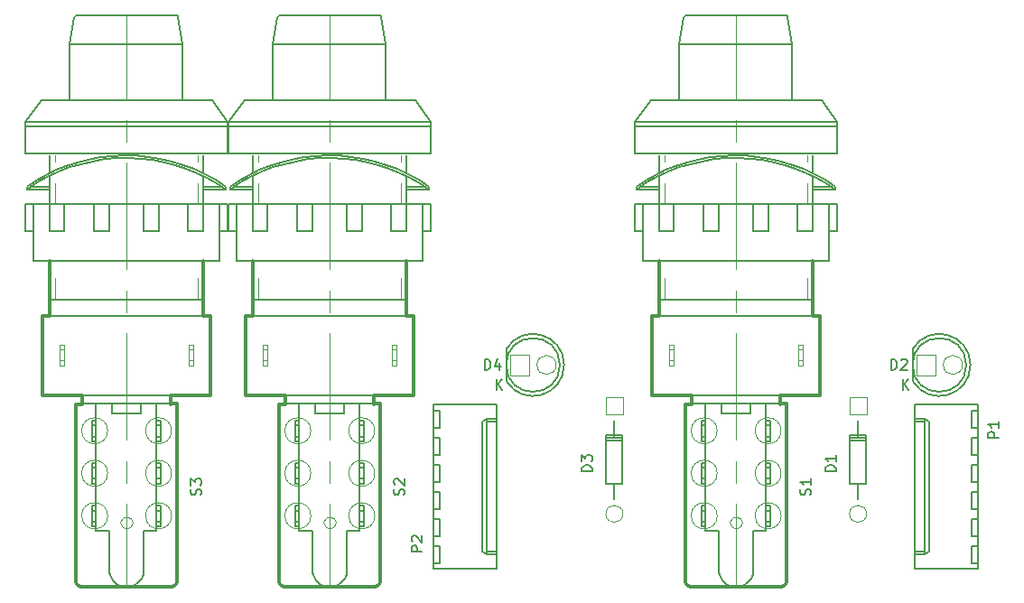
<source format=gbr>
G04 #@! TF.GenerationSoftware,KiCad,Pcbnew,(5.1.6-0-10_14)*
G04 #@! TF.CreationDate,2020-11-10T23:17:56+01:00*
G04 #@! TF.ProjectId,Switch Board,53776974-6368-4204-926f-6172642e6b69,1.0*
G04 #@! TF.SameCoordinates,Original*
G04 #@! TF.FileFunction,Legend,Top*
G04 #@! TF.FilePolarity,Positive*
%FSLAX46Y46*%
G04 Gerber Fmt 4.6, Leading zero omitted, Abs format (unit mm)*
G04 Created by KiCad (PCBNEW (5.1.6-0-10_14)) date 2020-11-10 23:17:56*
%MOMM*%
%LPD*%
G01*
G04 APERTURE LIST*
%ADD10C,0.150000*%
%ADD11C,0.127000*%
%ADD12C,0.304800*%
%ADD13C,0.100000*%
G04 APERTURE END LIST*
D10*
X183995000Y-109120000D02*
X177995000Y-109120000D01*
X177995000Y-109120000D02*
X177995000Y-124560000D01*
X177995000Y-124560000D02*
X183995000Y-124560000D01*
X183995000Y-124560000D02*
X183995000Y-109120000D01*
X177995000Y-110490000D02*
X178995000Y-110490000D01*
X178995000Y-110490000D02*
X178995000Y-123190000D01*
X178995000Y-123190000D02*
X177995000Y-123190000D01*
X178995000Y-110490000D02*
X179425000Y-110740000D01*
X179425000Y-110740000D02*
X179425000Y-122940000D01*
X179425000Y-122940000D02*
X178995000Y-123190000D01*
X177995000Y-110740000D02*
X178995000Y-110740000D01*
X177995000Y-122940000D02*
X178995000Y-122940000D01*
X183995000Y-109690000D02*
X183375000Y-109690000D01*
X183375000Y-109690000D02*
X183375000Y-111290000D01*
X183375000Y-111290000D02*
X183995000Y-111290000D01*
X183995000Y-112230000D02*
X183375000Y-112230000D01*
X183375000Y-112230000D02*
X183375000Y-113830000D01*
X183375000Y-113830000D02*
X183995000Y-113830000D01*
X183995000Y-114770000D02*
X183375000Y-114770000D01*
X183375000Y-114770000D02*
X183375000Y-116370000D01*
X183375000Y-116370000D02*
X183995000Y-116370000D01*
X183995000Y-117310000D02*
X183375000Y-117310000D01*
X183375000Y-117310000D02*
X183375000Y-118910000D01*
X183375000Y-118910000D02*
X183995000Y-118910000D01*
X183995000Y-119850000D02*
X183375000Y-119850000D01*
X183375000Y-119850000D02*
X183375000Y-121450000D01*
X183375000Y-121450000D02*
X183995000Y-121450000D01*
X183995000Y-122390000D02*
X183375000Y-122390000D01*
X183375000Y-122390000D02*
X183375000Y-123990000D01*
X183375000Y-123990000D02*
X183995000Y-123990000D01*
X132870000Y-124560000D02*
X138870000Y-124560000D01*
X138870000Y-124560000D02*
X138870000Y-109120000D01*
X138870000Y-109120000D02*
X132870000Y-109120000D01*
X132870000Y-109120000D02*
X132870000Y-124560000D01*
X138870000Y-123190000D02*
X137870000Y-123190000D01*
X137870000Y-123190000D02*
X137870000Y-110490000D01*
X137870000Y-110490000D02*
X138870000Y-110490000D01*
X137870000Y-123190000D02*
X137440000Y-122940000D01*
X137440000Y-122940000D02*
X137440000Y-110740000D01*
X137440000Y-110740000D02*
X137870000Y-110490000D01*
X138870000Y-122940000D02*
X137870000Y-122940000D01*
X138870000Y-110740000D02*
X137870000Y-110740000D01*
X132870000Y-123990000D02*
X133490000Y-123990000D01*
X133490000Y-123990000D02*
X133490000Y-122390000D01*
X133490000Y-122390000D02*
X132870000Y-122390000D01*
X132870000Y-121450000D02*
X133490000Y-121450000D01*
X133490000Y-121450000D02*
X133490000Y-119850000D01*
X133490000Y-119850000D02*
X132870000Y-119850000D01*
X132870000Y-118910000D02*
X133490000Y-118910000D01*
X133490000Y-118910000D02*
X133490000Y-117310000D01*
X133490000Y-117310000D02*
X132870000Y-117310000D01*
X132870000Y-116370000D02*
X133490000Y-116370000D01*
X133490000Y-116370000D02*
X133490000Y-114770000D01*
X133490000Y-114770000D02*
X132870000Y-114770000D01*
X132870000Y-113830000D02*
X133490000Y-113830000D01*
X133490000Y-113830000D02*
X133490000Y-112230000D01*
X133490000Y-112230000D02*
X132870000Y-112230000D01*
X132870000Y-111290000D02*
X133490000Y-111290000D01*
X133490000Y-111290000D02*
X133490000Y-109690000D01*
X133490000Y-109690000D02*
X132870000Y-109690000D01*
X182857936Y-105410000D02*
G75*
G03*
X182857936Y-105410000I-2517936J0D01*
G01*
X177840000Y-106910000D02*
X177840000Y-103910000D01*
X177855112Y-106934904D02*
G75*
G03*
X177840000Y-103910000I2484888J1524904D01*
G01*
X144757936Y-105410000D02*
G75*
G03*
X144757936Y-105410000I-2517936J0D01*
G01*
X139740000Y-106910000D02*
X139740000Y-103910000D01*
X139755112Y-106934904D02*
G75*
G03*
X139740000Y-103910000I2484888J1524904D01*
G01*
X173482000Y-112014000D02*
X172720000Y-112014000D01*
X173482000Y-116586000D02*
X173482000Y-112014000D01*
X171958000Y-116586000D02*
X173482000Y-116586000D01*
X171958000Y-112014000D02*
X171958000Y-116586000D01*
X172720000Y-112014000D02*
X171958000Y-112014000D01*
X173482000Y-112268000D02*
X171958000Y-112268000D01*
X173482000Y-112522000D02*
X171958000Y-112522000D01*
X172720000Y-112141000D02*
X172720000Y-110617000D01*
X172720000Y-116586000D02*
X172720000Y-117983000D01*
X150629620Y-112015560D02*
X149867620Y-112015560D01*
X150629620Y-116587560D02*
X150629620Y-112015560D01*
X149105620Y-116587560D02*
X150629620Y-116587560D01*
X149105620Y-112015560D02*
X149105620Y-116587560D01*
X149867620Y-112015560D02*
X149105620Y-112015560D01*
X150629620Y-112269560D02*
X149105620Y-112269560D01*
X150629620Y-112523560D02*
X149105620Y-112523560D01*
X149867620Y-112142560D02*
X149867620Y-110618560D01*
X149867620Y-116587560D02*
X149867620Y-117984560D01*
D11*
X108254800Y-109067600D02*
X99872800Y-109067600D01*
X108254800Y-109052360D02*
X108254800Y-109067600D01*
D12*
X99949000Y-109082840D02*
X99359720Y-109082840D01*
X108877100Y-109067600D02*
X108285280Y-109067600D01*
X108877100Y-109082840D02*
X108877100Y-109067600D01*
D11*
X94640400Y-83070700D02*
X113639600Y-83070700D01*
X94640400Y-82570320D02*
X94640400Y-83070700D01*
X113639600Y-82570320D02*
X94640400Y-82570320D01*
X113639600Y-83070700D02*
X113639600Y-85570060D01*
X113639600Y-82570320D02*
X113639600Y-83070700D01*
X112138460Y-80571340D02*
X113639600Y-82570320D01*
X96141540Y-80571340D02*
X112138460Y-80571340D01*
X94640400Y-82570320D02*
X96141540Y-80571340D01*
X94640400Y-85570060D02*
X94640400Y-83070700D01*
X113639600Y-85570060D02*
X94640400Y-85570060D01*
D13*
X104569260Y-120497600D02*
X104505760Y-120576340D01*
X104612440Y-120416320D02*
X104569260Y-120497600D01*
X104655620Y-120317260D02*
X104612440Y-120416320D01*
X104675940Y-120235980D02*
X104655620Y-120317260D01*
X104675940Y-120136920D02*
X104675940Y-120235980D01*
X104655620Y-120058180D02*
X104675940Y-120136920D01*
X104632760Y-119956580D02*
X104655620Y-120058180D01*
X104569260Y-119895620D02*
X104632760Y-119956580D01*
X104528620Y-119816880D02*
X104569260Y-119895620D01*
X104442260Y-119755920D02*
X104528620Y-119816880D01*
X104272080Y-119677180D02*
X104442260Y-119755920D01*
X104165400Y-119656860D02*
X104272080Y-119677180D01*
X104063800Y-119656860D02*
X104165400Y-119656860D01*
X103893620Y-119697500D02*
X104063800Y-119656860D01*
X103807260Y-119738140D02*
X103893620Y-119697500D01*
X103659940Y-119877840D02*
X103807260Y-119738140D01*
X103573580Y-120037860D02*
X103659940Y-119877840D01*
X103553260Y-120136920D02*
X103573580Y-120037860D01*
X103553260Y-120218200D02*
X103553260Y-120136920D01*
X103573580Y-120317260D02*
X103553260Y-120218200D01*
X103596440Y-120396000D02*
X103573580Y-120317260D01*
X103659940Y-120477280D02*
X103596440Y-120396000D01*
X103703120Y-120538240D02*
X103659940Y-120477280D01*
X103786940Y-120596660D02*
X103703120Y-120538240D01*
X103870760Y-120657620D02*
X103786940Y-120596660D01*
X103957120Y-120695720D02*
X103870760Y-120657620D01*
X104063800Y-120695720D02*
X103957120Y-120695720D01*
X104165400Y-120716040D02*
X104063800Y-120695720D01*
X104251760Y-120695720D02*
X104165400Y-120716040D01*
X104505760Y-120576340D02*
X104251760Y-120695720D01*
D11*
X106946700Y-115079780D02*
X107350560Y-115079780D01*
X106946700Y-116095780D02*
X106946700Y-115079780D01*
X107350560Y-116095780D02*
X106946700Y-116095780D01*
X107350560Y-115079780D02*
X107350560Y-116095780D01*
X107350560Y-114640360D02*
X107350560Y-115079780D01*
X106946700Y-111099600D02*
X107350560Y-111099600D01*
X106946700Y-112120680D02*
X106946700Y-111099600D01*
X107350560Y-112120680D02*
X106946700Y-112120680D01*
X107350560Y-111099600D02*
X107350560Y-112120680D01*
X107350560Y-110639860D02*
X107350560Y-111099600D01*
X106946700Y-119077740D02*
X107350560Y-119077740D01*
X106946700Y-120096280D02*
X106946700Y-119077740D01*
X107350560Y-120096280D02*
X106946700Y-120096280D01*
X107350560Y-119077740D02*
X107350560Y-120096280D01*
X107350560Y-118618000D02*
X107350560Y-119077740D01*
X101282500Y-115079780D02*
X100878640Y-115079780D01*
X101282500Y-116095780D02*
X101282500Y-115079780D01*
X100878640Y-116095780D02*
X101282500Y-116095780D01*
X100878640Y-115079780D02*
X100878640Y-116095780D01*
X100878640Y-114640360D02*
X100878640Y-115079780D01*
X101282500Y-111099600D02*
X100878640Y-111099600D01*
X101282500Y-112120680D02*
X101282500Y-111099600D01*
X100878640Y-112120680D02*
X101282500Y-112120680D01*
X100878640Y-111099600D02*
X100878640Y-112120680D01*
X100878640Y-110639860D02*
X100878640Y-111099600D01*
X101282500Y-119077740D02*
X100878640Y-119077740D01*
X101282500Y-120096280D02*
X101282500Y-119077740D01*
X100878640Y-120096280D02*
X101282500Y-120096280D01*
X100878640Y-119077740D02*
X100878640Y-120096280D01*
X100878640Y-118618000D02*
X100878640Y-119077740D01*
X107350560Y-114640360D02*
X106946700Y-114640360D01*
X107350560Y-116558060D02*
X107350560Y-116095780D01*
X106946700Y-116558060D02*
X107350560Y-116558060D01*
D13*
X109982000Y-104978200D02*
X110385860Y-104978200D01*
X109982000Y-103979980D02*
X109982000Y-104978200D01*
X110385860Y-103979980D02*
X109982000Y-103979980D01*
X97843340Y-104978200D02*
X98247200Y-104978200D01*
X97843340Y-103979980D02*
X97843340Y-104978200D01*
X98247200Y-103979980D02*
X97843340Y-103979980D01*
X98247200Y-103520240D02*
X97843340Y-103520240D01*
X98247200Y-103979980D02*
X98247200Y-103520240D01*
X98247200Y-104978200D02*
X98247200Y-103979980D01*
X98247200Y-105440480D02*
X98247200Y-104978200D01*
X97843340Y-105440480D02*
X98247200Y-105440480D01*
X97843340Y-104978200D02*
X97843340Y-105440480D01*
X97843340Y-103520240D02*
X97843340Y-103979980D01*
X110385860Y-103520240D02*
X109982000Y-103520240D01*
X110385860Y-103979980D02*
X110385860Y-103520240D01*
X110385860Y-104978200D02*
X110385860Y-103979980D01*
X110385860Y-105440480D02*
X110385860Y-104978200D01*
X109982000Y-105440480D02*
X110385860Y-105440480D01*
X109982000Y-104978200D02*
X109982000Y-105440480D01*
X109982000Y-103520240D02*
X109982000Y-103979980D01*
D11*
X106946700Y-112120680D02*
X106946700Y-112580420D01*
X106946700Y-110639860D02*
X106946700Y-111099600D01*
X107350560Y-110639860D02*
X106946700Y-110639860D01*
X107350560Y-112580420D02*
X107350560Y-112120680D01*
X106946700Y-112580420D02*
X107350560Y-112580420D01*
X107350560Y-118618000D02*
X106946700Y-118618000D01*
X107350560Y-120556020D02*
X107350560Y-120096280D01*
X106946700Y-120556020D02*
X107350560Y-120556020D01*
X100878640Y-114640360D02*
X101282500Y-114640360D01*
X100878640Y-116558060D02*
X100878640Y-116095780D01*
X101282500Y-116558060D02*
X100878640Y-116558060D01*
X100878640Y-110639860D02*
X101282500Y-110639860D01*
X100878640Y-112580420D02*
X100878640Y-112120680D01*
X101282500Y-112580420D02*
X100878640Y-112580420D01*
X101282500Y-112120680D02*
X101282500Y-112580420D01*
X101282500Y-110639860D02*
X101282500Y-111099600D01*
X101282500Y-109080300D02*
X101282500Y-110639860D01*
X100878640Y-118618000D02*
X101282500Y-118618000D01*
X100878640Y-120556020D02*
X100878640Y-120096280D01*
X101282500Y-120556020D02*
X100878640Y-120556020D01*
D12*
X108879640Y-125717300D02*
X108879640Y-109080300D01*
D13*
X108836460Y-125816360D02*
X108879640Y-125717300D01*
D12*
X108793280Y-125917960D02*
X108836460Y-125816360D01*
X108729780Y-126017020D02*
X108793280Y-125917960D01*
X108645960Y-126095760D02*
X108729780Y-126017020D01*
D11*
X108539280Y-126156720D02*
X108645960Y-126095760D01*
D12*
X108435140Y-126197360D02*
X108539280Y-126156720D01*
X108221780Y-126238000D02*
X108435140Y-126197360D01*
X100009960Y-126238000D02*
X108221780Y-126238000D01*
X99903280Y-126217680D02*
X100009960Y-126238000D01*
X99776280Y-126197360D02*
X99903280Y-126217680D01*
X99562920Y-126077980D02*
X99776280Y-126197360D01*
X99499420Y-125996700D02*
X99562920Y-126077980D01*
X99372420Y-125796040D02*
X99499420Y-125996700D01*
D11*
X99349560Y-125696980D02*
X99372420Y-125796040D01*
D12*
X99349560Y-109080300D02*
X99349560Y-125696980D01*
D11*
X101282500Y-114640360D02*
X101282500Y-112580420D01*
X101282500Y-115079780D02*
X101282500Y-114640360D01*
X101282500Y-116558060D02*
X101282500Y-116095780D01*
X101282500Y-118618000D02*
X101282500Y-116558060D01*
X101282500Y-119077740D02*
X101282500Y-118618000D01*
X101282500Y-120556020D02*
X101282500Y-120096280D01*
X101282500Y-120997980D02*
X101282500Y-120556020D01*
X102491540Y-120997980D02*
X101282500Y-120997980D01*
X102491540Y-124696220D02*
X102491540Y-120997980D01*
X102511860Y-124896880D02*
X102491540Y-124696220D01*
X102555040Y-125117860D02*
X102511860Y-124896880D01*
X102725220Y-125476000D02*
X102555040Y-125117860D01*
X102852220Y-125656340D02*
X102725220Y-125476000D01*
X103002080Y-125796040D02*
X102852220Y-125656340D01*
X103172260Y-125935740D02*
X103002080Y-125796040D01*
X103339900Y-126037340D02*
X103172260Y-125935740D01*
X103532940Y-126116080D02*
X103339900Y-126037340D01*
X103723440Y-126177040D02*
X103532940Y-126116080D01*
X103913940Y-126217680D02*
X103723440Y-126177040D01*
D13*
X104335580Y-126217680D02*
X103913940Y-126217680D01*
D11*
X104762300Y-126095760D02*
X104335580Y-126217680D01*
X104952800Y-125996700D02*
X104762300Y-126095760D01*
X105122980Y-125877320D02*
X104952800Y-125996700D01*
X105290620Y-125737620D02*
X105122980Y-125877320D01*
X105420160Y-125597920D02*
X105290620Y-125737620D01*
X105547160Y-125417580D02*
X105420160Y-125597920D01*
X105630980Y-125257560D02*
X105547160Y-125417580D01*
X105694480Y-125056900D02*
X105630980Y-125257560D01*
X105717340Y-124876560D02*
X105694480Y-125056900D01*
X105737660Y-124696220D02*
X105717340Y-124876560D01*
X105737660Y-120997980D02*
X105737660Y-124696220D01*
X106946700Y-120997980D02*
X105737660Y-120997980D01*
X106946700Y-120556020D02*
X106946700Y-120997980D01*
X106946700Y-120096280D02*
X106946700Y-120556020D01*
X106946700Y-118618000D02*
X106946700Y-119077740D01*
X106946700Y-116558060D02*
X106946700Y-118618000D01*
X106946700Y-116095780D02*
X106946700Y-116558060D01*
X106946700Y-114640360D02*
X106946700Y-115079780D01*
X106946700Y-112580420D02*
X106946700Y-114640360D01*
X106946700Y-109080300D02*
X106946700Y-110639860D01*
D12*
X108262420Y-108300520D02*
X108262420Y-109080300D01*
X99966780Y-108300520D02*
X99966780Y-109080300D01*
D11*
X102768400Y-109959140D02*
X102768400Y-109080300D01*
X105460800Y-109959140D02*
X102768400Y-109959140D01*
X105460800Y-109080300D02*
X105460800Y-109959140D01*
D12*
X96928940Y-95679260D02*
X96928940Y-99298760D01*
D11*
X96928940Y-87660480D02*
X96928940Y-90340180D01*
X96928940Y-85758020D02*
X96928940Y-87398860D01*
X111300260Y-87398860D02*
X111300260Y-85758020D01*
X111300260Y-90340180D02*
X111300260Y-87660480D01*
D12*
X111300260Y-99298760D02*
X111300260Y-95679260D01*
D11*
X96928940Y-99298760D02*
X111300260Y-99298760D01*
D12*
X96928940Y-100820220D02*
X96928940Y-99298760D01*
D11*
X111300260Y-100820220D02*
X96928940Y-100820220D01*
D12*
X111300260Y-99298760D02*
X111300260Y-100820220D01*
D13*
X104127300Y-80418940D02*
X104127300Y-72580500D01*
X104127300Y-84439760D02*
X104127300Y-82440780D01*
X104127300Y-96438720D02*
X104127300Y-86438740D01*
X104127300Y-100439220D02*
X104127300Y-98440240D01*
X104127300Y-112440720D02*
X104127300Y-102438200D01*
X104127300Y-116456460D02*
X104127300Y-114439700D01*
X104127300Y-126217680D02*
X104127300Y-118457980D01*
X104127300Y-90340180D02*
X104127300Y-95679260D01*
D11*
X113614200Y-92880180D02*
X112869980Y-92880180D01*
X113614200Y-90340180D02*
X113614200Y-92880180D01*
X112869980Y-90340180D02*
X113614200Y-90340180D01*
X105757980Y-92880180D02*
X105757980Y-90340180D01*
X107160060Y-92880180D02*
X105757980Y-92880180D01*
X107160060Y-90340180D02*
X107160060Y-92880180D01*
X109918500Y-92880180D02*
X109918500Y-90340180D01*
X111320580Y-92880180D02*
X109918500Y-92880180D01*
X111320580Y-90340180D02*
X111320580Y-92880180D01*
X102471220Y-92880180D02*
X102471220Y-90340180D01*
X101069140Y-92880180D02*
X102471220Y-92880180D01*
X101069140Y-90340180D02*
X101069140Y-92880180D01*
X98310700Y-92880180D02*
X98310700Y-90340180D01*
X96908620Y-92880180D02*
X98310700Y-92880180D01*
X96908620Y-90340180D02*
X96908620Y-92880180D01*
X94617540Y-92880180D02*
X95359220Y-92880180D01*
X94617540Y-90340180D02*
X94617540Y-92880180D01*
X95359220Y-90340180D02*
X94617540Y-90340180D01*
X111320580Y-90340180D02*
X112869980Y-90340180D01*
D13*
X111300260Y-90340180D02*
X111320580Y-90340180D01*
D11*
X109918500Y-90340180D02*
X111300260Y-90340180D01*
X107160060Y-90340180D02*
X109918500Y-90340180D01*
X105757980Y-90340180D02*
X107160060Y-90340180D01*
X104127300Y-90340180D02*
X105757980Y-90340180D01*
X102471220Y-90340180D02*
X104127300Y-90340180D01*
X101069140Y-90340180D02*
X102471220Y-90340180D01*
X98310700Y-90340180D02*
X101069140Y-90340180D01*
X96928940Y-90340180D02*
X98310700Y-90340180D01*
D13*
X96908620Y-90340180D02*
X96928940Y-90340180D01*
D11*
X95359220Y-90340180D02*
X96908620Y-90340180D01*
X95359220Y-92880180D02*
X95359220Y-90340180D01*
X95359220Y-95679260D02*
X95359220Y-92880180D01*
X96928940Y-95679260D02*
X95359220Y-95679260D01*
X104127300Y-95679260D02*
X96928940Y-95679260D01*
X111300260Y-95679260D02*
X104127300Y-95679260D01*
X112869980Y-95679260D02*
X111300260Y-95679260D01*
X112869980Y-92880180D02*
X112869980Y-95679260D01*
X112869980Y-90340180D02*
X112869980Y-92880180D01*
X98818700Y-75298300D02*
X109410500Y-75298300D01*
X109410500Y-75298300D02*
X109410500Y-80538320D01*
X108986320Y-72798940D02*
X109410500Y-75298300D01*
X108963460Y-72740520D02*
X108986320Y-72798940D01*
D13*
X108922820Y-72679560D02*
X108963460Y-72740520D01*
D11*
X108879640Y-72638920D02*
X108922820Y-72679560D01*
D13*
X108836460Y-72618600D02*
X108879640Y-72638920D01*
D11*
X108709460Y-72580500D02*
X108836460Y-72618600D01*
X104127300Y-72580500D02*
X108709460Y-72580500D01*
X99519740Y-72580500D02*
X104127300Y-72580500D01*
X99392740Y-72618600D02*
X99519740Y-72580500D01*
D13*
X99349560Y-72638920D02*
X99392740Y-72618600D01*
X99308920Y-72699880D02*
X99349560Y-72638920D01*
D11*
X99265740Y-72740520D02*
X99308920Y-72699880D01*
D13*
X99245420Y-72798940D02*
X99265740Y-72740520D01*
D11*
X98818700Y-75298300D02*
X99245420Y-72798940D01*
X98818700Y-80538320D02*
X98818700Y-75298300D01*
D13*
X110769400Y-86339680D02*
X110769400Y-85758020D01*
X110769400Y-90340180D02*
X110769400Y-88338660D01*
X110769400Y-99298760D02*
X110769400Y-97299780D01*
X97459800Y-86339680D02*
X97459800Y-85758020D01*
X97459800Y-90340180D02*
X97459800Y-88338660D01*
X97459800Y-99298760D02*
X97459800Y-97299780D01*
D12*
X96928940Y-100820220D02*
X96230440Y-100820220D01*
X111998760Y-100820220D02*
X111300260Y-100820220D01*
X111998760Y-108300520D02*
X111998760Y-100820220D01*
X108262420Y-108300520D02*
X111998760Y-108300520D01*
D11*
X99966780Y-108300520D02*
X108262420Y-108300520D01*
D12*
X96230440Y-108300520D02*
X99966780Y-108300520D01*
X96230440Y-100820220D02*
X96230440Y-108300520D01*
D11*
X111300260Y-88679020D02*
X113060480Y-88679020D01*
X95145860Y-88679020D02*
X96928940Y-88679020D01*
X94785180Y-88920320D02*
X94785180Y-88679020D01*
X96928940Y-88920320D02*
X94785180Y-88920320D01*
X113444020Y-88920320D02*
X111300260Y-88920320D01*
X112509300Y-88059260D02*
X113444020Y-88679020D01*
X111511080Y-87518240D02*
X112509300Y-88059260D01*
X110492540Y-87040720D02*
X111511080Y-87518240D01*
X109430820Y-86639400D02*
X110492540Y-87040720D01*
X108348780Y-86299040D02*
X109430820Y-86639400D01*
X107243880Y-86039960D02*
X108348780Y-86299040D01*
X106118660Y-85879940D02*
X107243880Y-86039960D01*
X104993440Y-85778340D02*
X106118660Y-85879940D01*
X103870760Y-85758020D02*
X104993440Y-85778340D01*
X102768400Y-85798660D02*
X103870760Y-85758020D01*
X101663500Y-85940900D02*
X102768400Y-85798660D01*
X100581460Y-86139020D02*
X101663500Y-85940900D01*
X99519740Y-86398100D02*
X100581460Y-86139020D01*
X98480880Y-86738460D02*
X99519740Y-86398100D01*
X97502980Y-87139780D02*
X98480880Y-86738460D01*
X96547940Y-87599520D02*
X97502980Y-87139780D01*
X95636080Y-88099900D02*
X96547940Y-87599520D01*
X94785180Y-88679020D02*
X95636080Y-88099900D01*
X95719900Y-88320880D02*
X94785180Y-88920320D01*
X96697800Y-87759540D02*
X95719900Y-88320880D01*
X97736660Y-87299800D02*
X96697800Y-87759540D01*
X98798380Y-86880700D02*
X97736660Y-87299800D01*
X99880420Y-86558120D02*
X98798380Y-86880700D01*
X100985320Y-86299040D02*
X99880420Y-86558120D01*
X102110540Y-86118700D02*
X100985320Y-86299040D01*
X103212900Y-86019640D02*
X102110540Y-86118700D01*
X104335580Y-85999320D02*
X103212900Y-86019640D01*
X105460800Y-86060280D02*
X104335580Y-85999320D01*
X106565700Y-86179660D02*
X105460800Y-86060280D01*
X107647740Y-86380320D02*
X106565700Y-86179660D01*
X108709460Y-86659720D02*
X107647740Y-86380320D01*
X109728000Y-87000080D02*
X108709460Y-86659720D01*
X110726220Y-87398860D02*
X109728000Y-87000080D01*
X111681260Y-87858600D02*
X110726220Y-87398860D01*
X112572800Y-88358980D02*
X111681260Y-87858600D01*
X113444020Y-88920320D02*
X112572800Y-88358980D01*
X113444020Y-88679020D02*
X113444020Y-88920320D01*
X127304800Y-109067600D02*
X118922800Y-109067600D01*
X127304800Y-109052360D02*
X127304800Y-109067600D01*
D12*
X118999000Y-109082840D02*
X118409720Y-109082840D01*
X127927100Y-109067600D02*
X127335280Y-109067600D01*
X127927100Y-109082840D02*
X127927100Y-109067600D01*
D11*
X113690400Y-83070700D02*
X132689600Y-83070700D01*
X113690400Y-82570320D02*
X113690400Y-83070700D01*
X132689600Y-82570320D02*
X113690400Y-82570320D01*
X132689600Y-83070700D02*
X132689600Y-85570060D01*
X132689600Y-82570320D02*
X132689600Y-83070700D01*
X131188460Y-80571340D02*
X132689600Y-82570320D01*
X115191540Y-80571340D02*
X131188460Y-80571340D01*
X113690400Y-82570320D02*
X115191540Y-80571340D01*
X113690400Y-85570060D02*
X113690400Y-83070700D01*
X132689600Y-85570060D02*
X113690400Y-85570060D01*
D13*
X123619260Y-120497600D02*
X123555760Y-120576340D01*
X123662440Y-120416320D02*
X123619260Y-120497600D01*
X123705620Y-120317260D02*
X123662440Y-120416320D01*
X123725940Y-120235980D02*
X123705620Y-120317260D01*
X123725940Y-120136920D02*
X123725940Y-120235980D01*
X123705620Y-120058180D02*
X123725940Y-120136920D01*
X123682760Y-119956580D02*
X123705620Y-120058180D01*
X123619260Y-119895620D02*
X123682760Y-119956580D01*
X123578620Y-119816880D02*
X123619260Y-119895620D01*
X123492260Y-119755920D02*
X123578620Y-119816880D01*
X123322080Y-119677180D02*
X123492260Y-119755920D01*
X123215400Y-119656860D02*
X123322080Y-119677180D01*
X123113800Y-119656860D02*
X123215400Y-119656860D01*
X122943620Y-119697500D02*
X123113800Y-119656860D01*
X122857260Y-119738140D02*
X122943620Y-119697500D01*
X122709940Y-119877840D02*
X122857260Y-119738140D01*
X122623580Y-120037860D02*
X122709940Y-119877840D01*
X122603260Y-120136920D02*
X122623580Y-120037860D01*
X122603260Y-120218200D02*
X122603260Y-120136920D01*
X122623580Y-120317260D02*
X122603260Y-120218200D01*
X122646440Y-120396000D02*
X122623580Y-120317260D01*
X122709940Y-120477280D02*
X122646440Y-120396000D01*
X122753120Y-120538240D02*
X122709940Y-120477280D01*
X122836940Y-120596660D02*
X122753120Y-120538240D01*
X122920760Y-120657620D02*
X122836940Y-120596660D01*
X123007120Y-120695720D02*
X122920760Y-120657620D01*
X123113800Y-120695720D02*
X123007120Y-120695720D01*
X123215400Y-120716040D02*
X123113800Y-120695720D01*
X123301760Y-120695720D02*
X123215400Y-120716040D01*
X123555760Y-120576340D02*
X123301760Y-120695720D01*
D11*
X125996700Y-115079780D02*
X126400560Y-115079780D01*
X125996700Y-116095780D02*
X125996700Y-115079780D01*
X126400560Y-116095780D02*
X125996700Y-116095780D01*
X126400560Y-115079780D02*
X126400560Y-116095780D01*
X126400560Y-114640360D02*
X126400560Y-115079780D01*
X125996700Y-111099600D02*
X126400560Y-111099600D01*
X125996700Y-112120680D02*
X125996700Y-111099600D01*
X126400560Y-112120680D02*
X125996700Y-112120680D01*
X126400560Y-111099600D02*
X126400560Y-112120680D01*
X126400560Y-110639860D02*
X126400560Y-111099600D01*
X125996700Y-119077740D02*
X126400560Y-119077740D01*
X125996700Y-120096280D02*
X125996700Y-119077740D01*
X126400560Y-120096280D02*
X125996700Y-120096280D01*
X126400560Y-119077740D02*
X126400560Y-120096280D01*
X126400560Y-118618000D02*
X126400560Y-119077740D01*
X120332500Y-115079780D02*
X119928640Y-115079780D01*
X120332500Y-116095780D02*
X120332500Y-115079780D01*
X119928640Y-116095780D02*
X120332500Y-116095780D01*
X119928640Y-115079780D02*
X119928640Y-116095780D01*
X119928640Y-114640360D02*
X119928640Y-115079780D01*
X120332500Y-111099600D02*
X119928640Y-111099600D01*
X120332500Y-112120680D02*
X120332500Y-111099600D01*
X119928640Y-112120680D02*
X120332500Y-112120680D01*
X119928640Y-111099600D02*
X119928640Y-112120680D01*
X119928640Y-110639860D02*
X119928640Y-111099600D01*
X120332500Y-119077740D02*
X119928640Y-119077740D01*
X120332500Y-120096280D02*
X120332500Y-119077740D01*
X119928640Y-120096280D02*
X120332500Y-120096280D01*
X119928640Y-119077740D02*
X119928640Y-120096280D01*
X119928640Y-118618000D02*
X119928640Y-119077740D01*
X126400560Y-114640360D02*
X125996700Y-114640360D01*
X126400560Y-116558060D02*
X126400560Y-116095780D01*
X125996700Y-116558060D02*
X126400560Y-116558060D01*
D13*
X129032000Y-104978200D02*
X129435860Y-104978200D01*
X129032000Y-103979980D02*
X129032000Y-104978200D01*
X129435860Y-103979980D02*
X129032000Y-103979980D01*
X116893340Y-104978200D02*
X117297200Y-104978200D01*
X116893340Y-103979980D02*
X116893340Y-104978200D01*
X117297200Y-103979980D02*
X116893340Y-103979980D01*
X117297200Y-103520240D02*
X116893340Y-103520240D01*
X117297200Y-103979980D02*
X117297200Y-103520240D01*
X117297200Y-104978200D02*
X117297200Y-103979980D01*
X117297200Y-105440480D02*
X117297200Y-104978200D01*
X116893340Y-105440480D02*
X117297200Y-105440480D01*
X116893340Y-104978200D02*
X116893340Y-105440480D01*
X116893340Y-103520240D02*
X116893340Y-103979980D01*
X129435860Y-103520240D02*
X129032000Y-103520240D01*
X129435860Y-103979980D02*
X129435860Y-103520240D01*
X129435860Y-104978200D02*
X129435860Y-103979980D01*
X129435860Y-105440480D02*
X129435860Y-104978200D01*
X129032000Y-105440480D02*
X129435860Y-105440480D01*
X129032000Y-104978200D02*
X129032000Y-105440480D01*
X129032000Y-103520240D02*
X129032000Y-103979980D01*
D11*
X125996700Y-112120680D02*
X125996700Y-112580420D01*
X125996700Y-110639860D02*
X125996700Y-111099600D01*
X126400560Y-110639860D02*
X125996700Y-110639860D01*
X126400560Y-112580420D02*
X126400560Y-112120680D01*
X125996700Y-112580420D02*
X126400560Y-112580420D01*
X126400560Y-118618000D02*
X125996700Y-118618000D01*
X126400560Y-120556020D02*
X126400560Y-120096280D01*
X125996700Y-120556020D02*
X126400560Y-120556020D01*
X119928640Y-114640360D02*
X120332500Y-114640360D01*
X119928640Y-116558060D02*
X119928640Y-116095780D01*
X120332500Y-116558060D02*
X119928640Y-116558060D01*
X119928640Y-110639860D02*
X120332500Y-110639860D01*
X119928640Y-112580420D02*
X119928640Y-112120680D01*
X120332500Y-112580420D02*
X119928640Y-112580420D01*
X120332500Y-112120680D02*
X120332500Y-112580420D01*
X120332500Y-110639860D02*
X120332500Y-111099600D01*
X120332500Y-109080300D02*
X120332500Y-110639860D01*
X119928640Y-118618000D02*
X120332500Y-118618000D01*
X119928640Y-120556020D02*
X119928640Y-120096280D01*
X120332500Y-120556020D02*
X119928640Y-120556020D01*
D12*
X127929640Y-125717300D02*
X127929640Y-109080300D01*
D13*
X127886460Y-125816360D02*
X127929640Y-125717300D01*
D12*
X127843280Y-125917960D02*
X127886460Y-125816360D01*
X127779780Y-126017020D02*
X127843280Y-125917960D01*
X127695960Y-126095760D02*
X127779780Y-126017020D01*
D11*
X127589280Y-126156720D02*
X127695960Y-126095760D01*
D12*
X127485140Y-126197360D02*
X127589280Y-126156720D01*
X127271780Y-126238000D02*
X127485140Y-126197360D01*
X119059960Y-126238000D02*
X127271780Y-126238000D01*
X118953280Y-126217680D02*
X119059960Y-126238000D01*
X118826280Y-126197360D02*
X118953280Y-126217680D01*
X118612920Y-126077980D02*
X118826280Y-126197360D01*
X118549420Y-125996700D02*
X118612920Y-126077980D01*
X118422420Y-125796040D02*
X118549420Y-125996700D01*
D11*
X118399560Y-125696980D02*
X118422420Y-125796040D01*
D12*
X118399560Y-109080300D02*
X118399560Y-125696980D01*
D11*
X120332500Y-114640360D02*
X120332500Y-112580420D01*
X120332500Y-115079780D02*
X120332500Y-114640360D01*
X120332500Y-116558060D02*
X120332500Y-116095780D01*
X120332500Y-118618000D02*
X120332500Y-116558060D01*
X120332500Y-119077740D02*
X120332500Y-118618000D01*
X120332500Y-120556020D02*
X120332500Y-120096280D01*
X120332500Y-120997980D02*
X120332500Y-120556020D01*
X121541540Y-120997980D02*
X120332500Y-120997980D01*
X121541540Y-124696220D02*
X121541540Y-120997980D01*
X121561860Y-124896880D02*
X121541540Y-124696220D01*
X121605040Y-125117860D02*
X121561860Y-124896880D01*
X121775220Y-125476000D02*
X121605040Y-125117860D01*
X121902220Y-125656340D02*
X121775220Y-125476000D01*
X122052080Y-125796040D02*
X121902220Y-125656340D01*
X122222260Y-125935740D02*
X122052080Y-125796040D01*
X122389900Y-126037340D02*
X122222260Y-125935740D01*
X122582940Y-126116080D02*
X122389900Y-126037340D01*
X122773440Y-126177040D02*
X122582940Y-126116080D01*
X122963940Y-126217680D02*
X122773440Y-126177040D01*
D13*
X123385580Y-126217680D02*
X122963940Y-126217680D01*
D11*
X123812300Y-126095760D02*
X123385580Y-126217680D01*
X124002800Y-125996700D02*
X123812300Y-126095760D01*
X124172980Y-125877320D02*
X124002800Y-125996700D01*
X124340620Y-125737620D02*
X124172980Y-125877320D01*
X124470160Y-125597920D02*
X124340620Y-125737620D01*
X124597160Y-125417580D02*
X124470160Y-125597920D01*
X124680980Y-125257560D02*
X124597160Y-125417580D01*
X124744480Y-125056900D02*
X124680980Y-125257560D01*
X124767340Y-124876560D02*
X124744480Y-125056900D01*
X124787660Y-124696220D02*
X124767340Y-124876560D01*
X124787660Y-120997980D02*
X124787660Y-124696220D01*
X125996700Y-120997980D02*
X124787660Y-120997980D01*
X125996700Y-120556020D02*
X125996700Y-120997980D01*
X125996700Y-120096280D02*
X125996700Y-120556020D01*
X125996700Y-118618000D02*
X125996700Y-119077740D01*
X125996700Y-116558060D02*
X125996700Y-118618000D01*
X125996700Y-116095780D02*
X125996700Y-116558060D01*
X125996700Y-114640360D02*
X125996700Y-115079780D01*
X125996700Y-112580420D02*
X125996700Y-114640360D01*
X125996700Y-109080300D02*
X125996700Y-110639860D01*
D12*
X127312420Y-108300520D02*
X127312420Y-109080300D01*
X119016780Y-108300520D02*
X119016780Y-109080300D01*
D11*
X121818400Y-109959140D02*
X121818400Y-109080300D01*
X124510800Y-109959140D02*
X121818400Y-109959140D01*
X124510800Y-109080300D02*
X124510800Y-109959140D01*
D12*
X115978940Y-95679260D02*
X115978940Y-99298760D01*
D11*
X115978940Y-87660480D02*
X115978940Y-90340180D01*
X115978940Y-85758020D02*
X115978940Y-87398860D01*
X130350260Y-87398860D02*
X130350260Y-85758020D01*
X130350260Y-90340180D02*
X130350260Y-87660480D01*
D12*
X130350260Y-99298760D02*
X130350260Y-95679260D01*
D11*
X115978940Y-99298760D02*
X130350260Y-99298760D01*
D12*
X115978940Y-100820220D02*
X115978940Y-99298760D01*
D11*
X130350260Y-100820220D02*
X115978940Y-100820220D01*
D12*
X130350260Y-99298760D02*
X130350260Y-100820220D01*
D13*
X123177300Y-80418940D02*
X123177300Y-72580500D01*
X123177300Y-84439760D02*
X123177300Y-82440780D01*
X123177300Y-96438720D02*
X123177300Y-86438740D01*
X123177300Y-100439220D02*
X123177300Y-98440240D01*
X123177300Y-112440720D02*
X123177300Y-102438200D01*
X123177300Y-116456460D02*
X123177300Y-114439700D01*
X123177300Y-126217680D02*
X123177300Y-118457980D01*
X123177300Y-90340180D02*
X123177300Y-95679260D01*
D11*
X132664200Y-92880180D02*
X131919980Y-92880180D01*
X132664200Y-90340180D02*
X132664200Y-92880180D01*
X131919980Y-90340180D02*
X132664200Y-90340180D01*
X124807980Y-92880180D02*
X124807980Y-90340180D01*
X126210060Y-92880180D02*
X124807980Y-92880180D01*
X126210060Y-90340180D02*
X126210060Y-92880180D01*
X128968500Y-92880180D02*
X128968500Y-90340180D01*
X130370580Y-92880180D02*
X128968500Y-92880180D01*
X130370580Y-90340180D02*
X130370580Y-92880180D01*
X121521220Y-92880180D02*
X121521220Y-90340180D01*
X120119140Y-92880180D02*
X121521220Y-92880180D01*
X120119140Y-90340180D02*
X120119140Y-92880180D01*
X117360700Y-92880180D02*
X117360700Y-90340180D01*
X115958620Y-92880180D02*
X117360700Y-92880180D01*
X115958620Y-90340180D02*
X115958620Y-92880180D01*
X113667540Y-92880180D02*
X114409220Y-92880180D01*
X113667540Y-90340180D02*
X113667540Y-92880180D01*
X114409220Y-90340180D02*
X113667540Y-90340180D01*
X130370580Y-90340180D02*
X131919980Y-90340180D01*
D13*
X130350260Y-90340180D02*
X130370580Y-90340180D01*
D11*
X128968500Y-90340180D02*
X130350260Y-90340180D01*
X126210060Y-90340180D02*
X128968500Y-90340180D01*
X124807980Y-90340180D02*
X126210060Y-90340180D01*
X123177300Y-90340180D02*
X124807980Y-90340180D01*
X121521220Y-90340180D02*
X123177300Y-90340180D01*
X120119140Y-90340180D02*
X121521220Y-90340180D01*
X117360700Y-90340180D02*
X120119140Y-90340180D01*
X115978940Y-90340180D02*
X117360700Y-90340180D01*
D13*
X115958620Y-90340180D02*
X115978940Y-90340180D01*
D11*
X114409220Y-90340180D02*
X115958620Y-90340180D01*
X114409220Y-92880180D02*
X114409220Y-90340180D01*
X114409220Y-95679260D02*
X114409220Y-92880180D01*
X115978940Y-95679260D02*
X114409220Y-95679260D01*
X123177300Y-95679260D02*
X115978940Y-95679260D01*
X130350260Y-95679260D02*
X123177300Y-95679260D01*
X131919980Y-95679260D02*
X130350260Y-95679260D01*
X131919980Y-92880180D02*
X131919980Y-95679260D01*
X131919980Y-90340180D02*
X131919980Y-92880180D01*
X117868700Y-75298300D02*
X128460500Y-75298300D01*
X128460500Y-75298300D02*
X128460500Y-80538320D01*
X128036320Y-72798940D02*
X128460500Y-75298300D01*
X128013460Y-72740520D02*
X128036320Y-72798940D01*
D13*
X127972820Y-72679560D02*
X128013460Y-72740520D01*
D11*
X127929640Y-72638920D02*
X127972820Y-72679560D01*
D13*
X127886460Y-72618600D02*
X127929640Y-72638920D01*
D11*
X127759460Y-72580500D02*
X127886460Y-72618600D01*
X123177300Y-72580500D02*
X127759460Y-72580500D01*
X118569740Y-72580500D02*
X123177300Y-72580500D01*
X118442740Y-72618600D02*
X118569740Y-72580500D01*
D13*
X118399560Y-72638920D02*
X118442740Y-72618600D01*
X118358920Y-72699880D02*
X118399560Y-72638920D01*
D11*
X118315740Y-72740520D02*
X118358920Y-72699880D01*
D13*
X118295420Y-72798940D02*
X118315740Y-72740520D01*
D11*
X117868700Y-75298300D02*
X118295420Y-72798940D01*
X117868700Y-80538320D02*
X117868700Y-75298300D01*
D13*
X129819400Y-86339680D02*
X129819400Y-85758020D01*
X129819400Y-90340180D02*
X129819400Y-88338660D01*
X129819400Y-99298760D02*
X129819400Y-97299780D01*
X116509800Y-86339680D02*
X116509800Y-85758020D01*
X116509800Y-90340180D02*
X116509800Y-88338660D01*
X116509800Y-99298760D02*
X116509800Y-97299780D01*
D12*
X115978940Y-100820220D02*
X115280440Y-100820220D01*
X131048760Y-100820220D02*
X130350260Y-100820220D01*
X131048760Y-108300520D02*
X131048760Y-100820220D01*
X127312420Y-108300520D02*
X131048760Y-108300520D01*
D11*
X119016780Y-108300520D02*
X127312420Y-108300520D01*
D12*
X115280440Y-108300520D02*
X119016780Y-108300520D01*
X115280440Y-100820220D02*
X115280440Y-108300520D01*
D11*
X130350260Y-88679020D02*
X132110480Y-88679020D01*
X114195860Y-88679020D02*
X115978940Y-88679020D01*
X113835180Y-88920320D02*
X113835180Y-88679020D01*
X115978940Y-88920320D02*
X113835180Y-88920320D01*
X132494020Y-88920320D02*
X130350260Y-88920320D01*
X131559300Y-88059260D02*
X132494020Y-88679020D01*
X130561080Y-87518240D02*
X131559300Y-88059260D01*
X129542540Y-87040720D02*
X130561080Y-87518240D01*
X128480820Y-86639400D02*
X129542540Y-87040720D01*
X127398780Y-86299040D02*
X128480820Y-86639400D01*
X126293880Y-86039960D02*
X127398780Y-86299040D01*
X125168660Y-85879940D02*
X126293880Y-86039960D01*
X124043440Y-85778340D02*
X125168660Y-85879940D01*
X122920760Y-85758020D02*
X124043440Y-85778340D01*
X121818400Y-85798660D02*
X122920760Y-85758020D01*
X120713500Y-85940900D02*
X121818400Y-85798660D01*
X119631460Y-86139020D02*
X120713500Y-85940900D01*
X118569740Y-86398100D02*
X119631460Y-86139020D01*
X117530880Y-86738460D02*
X118569740Y-86398100D01*
X116552980Y-87139780D02*
X117530880Y-86738460D01*
X115597940Y-87599520D02*
X116552980Y-87139780D01*
X114686080Y-88099900D02*
X115597940Y-87599520D01*
X113835180Y-88679020D02*
X114686080Y-88099900D01*
X114769900Y-88320880D02*
X113835180Y-88920320D01*
X115747800Y-87759540D02*
X114769900Y-88320880D01*
X116786660Y-87299800D02*
X115747800Y-87759540D01*
X117848380Y-86880700D02*
X116786660Y-87299800D01*
X118930420Y-86558120D02*
X117848380Y-86880700D01*
X120035320Y-86299040D02*
X118930420Y-86558120D01*
X121160540Y-86118700D02*
X120035320Y-86299040D01*
X122262900Y-86019640D02*
X121160540Y-86118700D01*
X123385580Y-85999320D02*
X122262900Y-86019640D01*
X124510800Y-86060280D02*
X123385580Y-85999320D01*
X125615700Y-86179660D02*
X124510800Y-86060280D01*
X126697740Y-86380320D02*
X125615700Y-86179660D01*
X127759460Y-86659720D02*
X126697740Y-86380320D01*
X128778000Y-87000080D02*
X127759460Y-86659720D01*
X129776220Y-87398860D02*
X128778000Y-87000080D01*
X130731260Y-87858600D02*
X129776220Y-87398860D01*
X131622800Y-88358980D02*
X130731260Y-87858600D01*
X132494020Y-88920320D02*
X131622800Y-88358980D01*
X132494020Y-88679020D02*
X132494020Y-88920320D01*
X165404800Y-109067600D02*
X157022800Y-109067600D01*
X165404800Y-109052360D02*
X165404800Y-109067600D01*
D12*
X157099000Y-109082840D02*
X156509720Y-109082840D01*
X166027100Y-109067600D02*
X165435280Y-109067600D01*
X166027100Y-109082840D02*
X166027100Y-109067600D01*
D11*
X151790400Y-83070700D02*
X170789600Y-83070700D01*
X151790400Y-82570320D02*
X151790400Y-83070700D01*
X170789600Y-82570320D02*
X151790400Y-82570320D01*
X170789600Y-83070700D02*
X170789600Y-85570060D01*
X170789600Y-82570320D02*
X170789600Y-83070700D01*
X169288460Y-80571340D02*
X170789600Y-82570320D01*
X153291540Y-80571340D02*
X169288460Y-80571340D01*
X151790400Y-82570320D02*
X153291540Y-80571340D01*
X151790400Y-85570060D02*
X151790400Y-83070700D01*
X170789600Y-85570060D02*
X151790400Y-85570060D01*
D13*
X161719260Y-120497600D02*
X161655760Y-120576340D01*
X161762440Y-120416320D02*
X161719260Y-120497600D01*
X161805620Y-120317260D02*
X161762440Y-120416320D01*
X161825940Y-120235980D02*
X161805620Y-120317260D01*
X161825940Y-120136920D02*
X161825940Y-120235980D01*
X161805620Y-120058180D02*
X161825940Y-120136920D01*
X161782760Y-119956580D02*
X161805620Y-120058180D01*
X161719260Y-119895620D02*
X161782760Y-119956580D01*
X161678620Y-119816880D02*
X161719260Y-119895620D01*
X161592260Y-119755920D02*
X161678620Y-119816880D01*
X161422080Y-119677180D02*
X161592260Y-119755920D01*
X161315400Y-119656860D02*
X161422080Y-119677180D01*
X161213800Y-119656860D02*
X161315400Y-119656860D01*
X161043620Y-119697500D02*
X161213800Y-119656860D01*
X160957260Y-119738140D02*
X161043620Y-119697500D01*
X160809940Y-119877840D02*
X160957260Y-119738140D01*
X160723580Y-120037860D02*
X160809940Y-119877840D01*
X160703260Y-120136920D02*
X160723580Y-120037860D01*
X160703260Y-120218200D02*
X160703260Y-120136920D01*
X160723580Y-120317260D02*
X160703260Y-120218200D01*
X160746440Y-120396000D02*
X160723580Y-120317260D01*
X160809940Y-120477280D02*
X160746440Y-120396000D01*
X160853120Y-120538240D02*
X160809940Y-120477280D01*
X160936940Y-120596660D02*
X160853120Y-120538240D01*
X161020760Y-120657620D02*
X160936940Y-120596660D01*
X161107120Y-120695720D02*
X161020760Y-120657620D01*
X161213800Y-120695720D02*
X161107120Y-120695720D01*
X161315400Y-120716040D02*
X161213800Y-120695720D01*
X161401760Y-120695720D02*
X161315400Y-120716040D01*
X161655760Y-120576340D02*
X161401760Y-120695720D01*
D11*
X164096700Y-115079780D02*
X164500560Y-115079780D01*
X164096700Y-116095780D02*
X164096700Y-115079780D01*
X164500560Y-116095780D02*
X164096700Y-116095780D01*
X164500560Y-115079780D02*
X164500560Y-116095780D01*
X164500560Y-114640360D02*
X164500560Y-115079780D01*
X164096700Y-111099600D02*
X164500560Y-111099600D01*
X164096700Y-112120680D02*
X164096700Y-111099600D01*
X164500560Y-112120680D02*
X164096700Y-112120680D01*
X164500560Y-111099600D02*
X164500560Y-112120680D01*
X164500560Y-110639860D02*
X164500560Y-111099600D01*
X164096700Y-119077740D02*
X164500560Y-119077740D01*
X164096700Y-120096280D02*
X164096700Y-119077740D01*
X164500560Y-120096280D02*
X164096700Y-120096280D01*
X164500560Y-119077740D02*
X164500560Y-120096280D01*
X164500560Y-118618000D02*
X164500560Y-119077740D01*
X158432500Y-115079780D02*
X158028640Y-115079780D01*
X158432500Y-116095780D02*
X158432500Y-115079780D01*
X158028640Y-116095780D02*
X158432500Y-116095780D01*
X158028640Y-115079780D02*
X158028640Y-116095780D01*
X158028640Y-114640360D02*
X158028640Y-115079780D01*
X158432500Y-111099600D02*
X158028640Y-111099600D01*
X158432500Y-112120680D02*
X158432500Y-111099600D01*
X158028640Y-112120680D02*
X158432500Y-112120680D01*
X158028640Y-111099600D02*
X158028640Y-112120680D01*
X158028640Y-110639860D02*
X158028640Y-111099600D01*
X158432500Y-119077740D02*
X158028640Y-119077740D01*
X158432500Y-120096280D02*
X158432500Y-119077740D01*
X158028640Y-120096280D02*
X158432500Y-120096280D01*
X158028640Y-119077740D02*
X158028640Y-120096280D01*
X158028640Y-118618000D02*
X158028640Y-119077740D01*
X164500560Y-114640360D02*
X164096700Y-114640360D01*
X164500560Y-116558060D02*
X164500560Y-116095780D01*
X164096700Y-116558060D02*
X164500560Y-116558060D01*
D13*
X167132000Y-104978200D02*
X167535860Y-104978200D01*
X167132000Y-103979980D02*
X167132000Y-104978200D01*
X167535860Y-103979980D02*
X167132000Y-103979980D01*
X154993340Y-104978200D02*
X155397200Y-104978200D01*
X154993340Y-103979980D02*
X154993340Y-104978200D01*
X155397200Y-103979980D02*
X154993340Y-103979980D01*
X155397200Y-103520240D02*
X154993340Y-103520240D01*
X155397200Y-103979980D02*
X155397200Y-103520240D01*
X155397200Y-104978200D02*
X155397200Y-103979980D01*
X155397200Y-105440480D02*
X155397200Y-104978200D01*
X154993340Y-105440480D02*
X155397200Y-105440480D01*
X154993340Y-104978200D02*
X154993340Y-105440480D01*
X154993340Y-103520240D02*
X154993340Y-103979980D01*
X167535860Y-103520240D02*
X167132000Y-103520240D01*
X167535860Y-103979980D02*
X167535860Y-103520240D01*
X167535860Y-104978200D02*
X167535860Y-103979980D01*
X167535860Y-105440480D02*
X167535860Y-104978200D01*
X167132000Y-105440480D02*
X167535860Y-105440480D01*
X167132000Y-104978200D02*
X167132000Y-105440480D01*
X167132000Y-103520240D02*
X167132000Y-103979980D01*
D11*
X164096700Y-112120680D02*
X164096700Y-112580420D01*
X164096700Y-110639860D02*
X164096700Y-111099600D01*
X164500560Y-110639860D02*
X164096700Y-110639860D01*
X164500560Y-112580420D02*
X164500560Y-112120680D01*
X164096700Y-112580420D02*
X164500560Y-112580420D01*
X164500560Y-118618000D02*
X164096700Y-118618000D01*
X164500560Y-120556020D02*
X164500560Y-120096280D01*
X164096700Y-120556020D02*
X164500560Y-120556020D01*
X158028640Y-114640360D02*
X158432500Y-114640360D01*
X158028640Y-116558060D02*
X158028640Y-116095780D01*
X158432500Y-116558060D02*
X158028640Y-116558060D01*
X158028640Y-110639860D02*
X158432500Y-110639860D01*
X158028640Y-112580420D02*
X158028640Y-112120680D01*
X158432500Y-112580420D02*
X158028640Y-112580420D01*
X158432500Y-112120680D02*
X158432500Y-112580420D01*
X158432500Y-110639860D02*
X158432500Y-111099600D01*
X158432500Y-109080300D02*
X158432500Y-110639860D01*
X158028640Y-118618000D02*
X158432500Y-118618000D01*
X158028640Y-120556020D02*
X158028640Y-120096280D01*
X158432500Y-120556020D02*
X158028640Y-120556020D01*
D12*
X166029640Y-125717300D02*
X166029640Y-109080300D01*
D13*
X165986460Y-125816360D02*
X166029640Y-125717300D01*
D12*
X165943280Y-125917960D02*
X165986460Y-125816360D01*
X165879780Y-126017020D02*
X165943280Y-125917960D01*
X165795960Y-126095760D02*
X165879780Y-126017020D01*
D11*
X165689280Y-126156720D02*
X165795960Y-126095760D01*
D12*
X165585140Y-126197360D02*
X165689280Y-126156720D01*
X165371780Y-126238000D02*
X165585140Y-126197360D01*
X157159960Y-126238000D02*
X165371780Y-126238000D01*
X157053280Y-126217680D02*
X157159960Y-126238000D01*
X156926280Y-126197360D02*
X157053280Y-126217680D01*
X156712920Y-126077980D02*
X156926280Y-126197360D01*
X156649420Y-125996700D02*
X156712920Y-126077980D01*
X156522420Y-125796040D02*
X156649420Y-125996700D01*
D11*
X156499560Y-125696980D02*
X156522420Y-125796040D01*
D12*
X156499560Y-109080300D02*
X156499560Y-125696980D01*
D11*
X158432500Y-114640360D02*
X158432500Y-112580420D01*
X158432500Y-115079780D02*
X158432500Y-114640360D01*
X158432500Y-116558060D02*
X158432500Y-116095780D01*
X158432500Y-118618000D02*
X158432500Y-116558060D01*
X158432500Y-119077740D02*
X158432500Y-118618000D01*
X158432500Y-120556020D02*
X158432500Y-120096280D01*
X158432500Y-120997980D02*
X158432500Y-120556020D01*
X159641540Y-120997980D02*
X158432500Y-120997980D01*
X159641540Y-124696220D02*
X159641540Y-120997980D01*
X159661860Y-124896880D02*
X159641540Y-124696220D01*
X159705040Y-125117860D02*
X159661860Y-124896880D01*
X159875220Y-125476000D02*
X159705040Y-125117860D01*
X160002220Y-125656340D02*
X159875220Y-125476000D01*
X160152080Y-125796040D02*
X160002220Y-125656340D01*
X160322260Y-125935740D02*
X160152080Y-125796040D01*
X160489900Y-126037340D02*
X160322260Y-125935740D01*
X160682940Y-126116080D02*
X160489900Y-126037340D01*
X160873440Y-126177040D02*
X160682940Y-126116080D01*
X161063940Y-126217680D02*
X160873440Y-126177040D01*
D13*
X161485580Y-126217680D02*
X161063940Y-126217680D01*
D11*
X161912300Y-126095760D02*
X161485580Y-126217680D01*
X162102800Y-125996700D02*
X161912300Y-126095760D01*
X162272980Y-125877320D02*
X162102800Y-125996700D01*
X162440620Y-125737620D02*
X162272980Y-125877320D01*
X162570160Y-125597920D02*
X162440620Y-125737620D01*
X162697160Y-125417580D02*
X162570160Y-125597920D01*
X162780980Y-125257560D02*
X162697160Y-125417580D01*
X162844480Y-125056900D02*
X162780980Y-125257560D01*
X162867340Y-124876560D02*
X162844480Y-125056900D01*
X162887660Y-124696220D02*
X162867340Y-124876560D01*
X162887660Y-120997980D02*
X162887660Y-124696220D01*
X164096700Y-120997980D02*
X162887660Y-120997980D01*
X164096700Y-120556020D02*
X164096700Y-120997980D01*
X164096700Y-120096280D02*
X164096700Y-120556020D01*
X164096700Y-118618000D02*
X164096700Y-119077740D01*
X164096700Y-116558060D02*
X164096700Y-118618000D01*
X164096700Y-116095780D02*
X164096700Y-116558060D01*
X164096700Y-114640360D02*
X164096700Y-115079780D01*
X164096700Y-112580420D02*
X164096700Y-114640360D01*
X164096700Y-109080300D02*
X164096700Y-110639860D01*
D12*
X165412420Y-108300520D02*
X165412420Y-109080300D01*
X157116780Y-108300520D02*
X157116780Y-109080300D01*
D11*
X159918400Y-109959140D02*
X159918400Y-109080300D01*
X162610800Y-109959140D02*
X159918400Y-109959140D01*
X162610800Y-109080300D02*
X162610800Y-109959140D01*
D12*
X154078940Y-95679260D02*
X154078940Y-99298760D01*
D11*
X154078940Y-87660480D02*
X154078940Y-90340180D01*
X154078940Y-85758020D02*
X154078940Y-87398860D01*
X168450260Y-87398860D02*
X168450260Y-85758020D01*
X168450260Y-90340180D02*
X168450260Y-87660480D01*
D12*
X168450260Y-99298760D02*
X168450260Y-95679260D01*
D11*
X154078940Y-99298760D02*
X168450260Y-99298760D01*
D12*
X154078940Y-100820220D02*
X154078940Y-99298760D01*
D11*
X168450260Y-100820220D02*
X154078940Y-100820220D01*
D12*
X168450260Y-99298760D02*
X168450260Y-100820220D01*
D13*
X161277300Y-80418940D02*
X161277300Y-72580500D01*
X161277300Y-84439760D02*
X161277300Y-82440780D01*
X161277300Y-96438720D02*
X161277300Y-86438740D01*
X161277300Y-100439220D02*
X161277300Y-98440240D01*
X161277300Y-112440720D02*
X161277300Y-102438200D01*
X161277300Y-116456460D02*
X161277300Y-114439700D01*
X161277300Y-126217680D02*
X161277300Y-118457980D01*
X161277300Y-90340180D02*
X161277300Y-95679260D01*
D11*
X170764200Y-92880180D02*
X170019980Y-92880180D01*
X170764200Y-90340180D02*
X170764200Y-92880180D01*
X170019980Y-90340180D02*
X170764200Y-90340180D01*
X162907980Y-92880180D02*
X162907980Y-90340180D01*
X164310060Y-92880180D02*
X162907980Y-92880180D01*
X164310060Y-90340180D02*
X164310060Y-92880180D01*
X167068500Y-92880180D02*
X167068500Y-90340180D01*
X168470580Y-92880180D02*
X167068500Y-92880180D01*
X168470580Y-90340180D02*
X168470580Y-92880180D01*
X159621220Y-92880180D02*
X159621220Y-90340180D01*
X158219140Y-92880180D02*
X159621220Y-92880180D01*
X158219140Y-90340180D02*
X158219140Y-92880180D01*
X155460700Y-92880180D02*
X155460700Y-90340180D01*
X154058620Y-92880180D02*
X155460700Y-92880180D01*
X154058620Y-90340180D02*
X154058620Y-92880180D01*
X151767540Y-92880180D02*
X152509220Y-92880180D01*
X151767540Y-90340180D02*
X151767540Y-92880180D01*
X152509220Y-90340180D02*
X151767540Y-90340180D01*
X168470580Y-90340180D02*
X170019980Y-90340180D01*
D13*
X168450260Y-90340180D02*
X168470580Y-90340180D01*
D11*
X167068500Y-90340180D02*
X168450260Y-90340180D01*
X164310060Y-90340180D02*
X167068500Y-90340180D01*
X162907980Y-90340180D02*
X164310060Y-90340180D01*
X161277300Y-90340180D02*
X162907980Y-90340180D01*
X159621220Y-90340180D02*
X161277300Y-90340180D01*
X158219140Y-90340180D02*
X159621220Y-90340180D01*
X155460700Y-90340180D02*
X158219140Y-90340180D01*
X154078940Y-90340180D02*
X155460700Y-90340180D01*
D13*
X154058620Y-90340180D02*
X154078940Y-90340180D01*
D11*
X152509220Y-90340180D02*
X154058620Y-90340180D01*
X152509220Y-92880180D02*
X152509220Y-90340180D01*
X152509220Y-95679260D02*
X152509220Y-92880180D01*
X154078940Y-95679260D02*
X152509220Y-95679260D01*
X161277300Y-95679260D02*
X154078940Y-95679260D01*
X168450260Y-95679260D02*
X161277300Y-95679260D01*
X170019980Y-95679260D02*
X168450260Y-95679260D01*
X170019980Y-92880180D02*
X170019980Y-95679260D01*
X170019980Y-90340180D02*
X170019980Y-92880180D01*
X155968700Y-75298300D02*
X166560500Y-75298300D01*
X166560500Y-75298300D02*
X166560500Y-80538320D01*
X166136320Y-72798940D02*
X166560500Y-75298300D01*
X166113460Y-72740520D02*
X166136320Y-72798940D01*
D13*
X166072820Y-72679560D02*
X166113460Y-72740520D01*
D11*
X166029640Y-72638920D02*
X166072820Y-72679560D01*
D13*
X165986460Y-72618600D02*
X166029640Y-72638920D01*
D11*
X165859460Y-72580500D02*
X165986460Y-72618600D01*
X161277300Y-72580500D02*
X165859460Y-72580500D01*
X156669740Y-72580500D02*
X161277300Y-72580500D01*
X156542740Y-72618600D02*
X156669740Y-72580500D01*
D13*
X156499560Y-72638920D02*
X156542740Y-72618600D01*
X156458920Y-72699880D02*
X156499560Y-72638920D01*
D11*
X156415740Y-72740520D02*
X156458920Y-72699880D01*
D13*
X156395420Y-72798940D02*
X156415740Y-72740520D01*
D11*
X155968700Y-75298300D02*
X156395420Y-72798940D01*
X155968700Y-80538320D02*
X155968700Y-75298300D01*
D13*
X167919400Y-86339680D02*
X167919400Y-85758020D01*
X167919400Y-90340180D02*
X167919400Y-88338660D01*
X167919400Y-99298760D02*
X167919400Y-97299780D01*
X154609800Y-86339680D02*
X154609800Y-85758020D01*
X154609800Y-90340180D02*
X154609800Y-88338660D01*
X154609800Y-99298760D02*
X154609800Y-97299780D01*
D12*
X154078940Y-100820220D02*
X153380440Y-100820220D01*
X169148760Y-100820220D02*
X168450260Y-100820220D01*
X169148760Y-108300520D02*
X169148760Y-100820220D01*
X165412420Y-108300520D02*
X169148760Y-108300520D01*
D11*
X157116780Y-108300520D02*
X165412420Y-108300520D01*
D12*
X153380440Y-108300520D02*
X157116780Y-108300520D01*
X153380440Y-100820220D02*
X153380440Y-108300520D01*
D11*
X168450260Y-88679020D02*
X170210480Y-88679020D01*
X152295860Y-88679020D02*
X154078940Y-88679020D01*
X151935180Y-88920320D02*
X151935180Y-88679020D01*
X154078940Y-88920320D02*
X151935180Y-88920320D01*
X170594020Y-88920320D02*
X168450260Y-88920320D01*
X169659300Y-88059260D02*
X170594020Y-88679020D01*
X168661080Y-87518240D02*
X169659300Y-88059260D01*
X167642540Y-87040720D02*
X168661080Y-87518240D01*
X166580820Y-86639400D02*
X167642540Y-87040720D01*
X165498780Y-86299040D02*
X166580820Y-86639400D01*
X164393880Y-86039960D02*
X165498780Y-86299040D01*
X163268660Y-85879940D02*
X164393880Y-86039960D01*
X162143440Y-85778340D02*
X163268660Y-85879940D01*
X161020760Y-85758020D02*
X162143440Y-85778340D01*
X159918400Y-85798660D02*
X161020760Y-85758020D01*
X158813500Y-85940900D02*
X159918400Y-85798660D01*
X157731460Y-86139020D02*
X158813500Y-85940900D01*
X156669740Y-86398100D02*
X157731460Y-86139020D01*
X155630880Y-86738460D02*
X156669740Y-86398100D01*
X154652980Y-87139780D02*
X155630880Y-86738460D01*
X153697940Y-87599520D02*
X154652980Y-87139780D01*
X152786080Y-88099900D02*
X153697940Y-87599520D01*
X151935180Y-88679020D02*
X152786080Y-88099900D01*
X152869900Y-88320880D02*
X151935180Y-88920320D01*
X153847800Y-87759540D02*
X152869900Y-88320880D01*
X154886660Y-87299800D02*
X153847800Y-87759540D01*
X155948380Y-86880700D02*
X154886660Y-87299800D01*
X157030420Y-86558120D02*
X155948380Y-86880700D01*
X158135320Y-86299040D02*
X157030420Y-86558120D01*
X159260540Y-86118700D02*
X158135320Y-86299040D01*
X160362900Y-86019640D02*
X159260540Y-86118700D01*
X161485580Y-85999320D02*
X160362900Y-86019640D01*
X162610800Y-86060280D02*
X161485580Y-85999320D01*
X163715700Y-86179660D02*
X162610800Y-86060280D01*
X164797740Y-86380320D02*
X163715700Y-86179660D01*
X165859460Y-86659720D02*
X164797740Y-86380320D01*
X166878000Y-87000080D02*
X165859460Y-86659720D01*
X167876220Y-87398860D02*
X166878000Y-87000080D01*
X168831260Y-87858600D02*
X167876220Y-87398860D01*
X169722800Y-88358980D02*
X168831260Y-87858600D01*
X170594020Y-88920320D02*
X169722800Y-88358980D01*
X170594020Y-88679020D02*
X170594020Y-88920320D01*
D13*
X178170000Y-104460000D02*
X178170000Y-106360000D01*
X179970000Y-106360000D01*
X179970000Y-104460000D01*
X178170000Y-104460000D01*
X182510000Y-105410000D02*
G75*
G03*
X182510000Y-105410000I-900000J0D01*
G01*
X140070000Y-104460000D02*
X140070000Y-106360000D01*
X141870000Y-106360000D01*
X141870000Y-104460000D01*
X140070000Y-104460000D01*
X144410000Y-105410000D02*
G75*
G03*
X144410000Y-105410000I-900000J0D01*
G01*
X173519630Y-119380000D02*
G75*
G03*
X173519630Y-119380000I-799630J0D01*
G01*
X171920370Y-108420370D02*
X171920370Y-110019630D01*
X173519630Y-110019630D01*
X173519630Y-108420370D01*
X171920370Y-108420370D01*
X150667250Y-119381560D02*
G75*
G03*
X150667250Y-119381560I-799630J0D01*
G01*
X149067990Y-108421930D02*
X149067990Y-110021190D01*
X150667250Y-110021190D01*
X150667250Y-108421930D01*
X149067990Y-108421930D01*
X108357200Y-115570000D02*
G75*
G03*
X108357200Y-115570000I-1220000J0D01*
G01*
X108357200Y-111582200D02*
G75*
G03*
X108357200Y-111582200I-1220000J0D01*
G01*
X108357200Y-119557800D02*
G75*
G03*
X108357200Y-119557800I-1220000J0D01*
G01*
X102362800Y-115570000D02*
G75*
G03*
X102362800Y-115570000I-1220000J0D01*
G01*
X102362800Y-111582200D02*
G75*
G03*
X102362800Y-111582200I-1220000J0D01*
G01*
X102362800Y-119557800D02*
G75*
G03*
X102362800Y-119557800I-1220000J0D01*
G01*
X127407200Y-115570000D02*
G75*
G03*
X127407200Y-115570000I-1220000J0D01*
G01*
X127407200Y-111582200D02*
G75*
G03*
X127407200Y-111582200I-1220000J0D01*
G01*
X127407200Y-119557800D02*
G75*
G03*
X127407200Y-119557800I-1220000J0D01*
G01*
X121412800Y-115570000D02*
G75*
G03*
X121412800Y-115570000I-1220000J0D01*
G01*
X121412800Y-111582200D02*
G75*
G03*
X121412800Y-111582200I-1220000J0D01*
G01*
X121412800Y-119557800D02*
G75*
G03*
X121412800Y-119557800I-1220000J0D01*
G01*
X165507200Y-115570000D02*
G75*
G03*
X165507200Y-115570000I-1220000J0D01*
G01*
X165507200Y-111582200D02*
G75*
G03*
X165507200Y-111582200I-1220000J0D01*
G01*
X165507200Y-119557800D02*
G75*
G03*
X165507200Y-119557800I-1220000J0D01*
G01*
X159512800Y-115570000D02*
G75*
G03*
X159512800Y-115570000I-1220000J0D01*
G01*
X159512800Y-111582200D02*
G75*
G03*
X159512800Y-111582200I-1220000J0D01*
G01*
X159512800Y-119557800D02*
G75*
G03*
X159512800Y-119557800I-1220000J0D01*
G01*
D10*
X185927380Y-112228095D02*
X184927380Y-112228095D01*
X184927380Y-111847142D01*
X184975000Y-111751904D01*
X185022619Y-111704285D01*
X185117857Y-111656666D01*
X185260714Y-111656666D01*
X185355952Y-111704285D01*
X185403571Y-111751904D01*
X185451190Y-111847142D01*
X185451190Y-112228095D01*
X185927380Y-110704285D02*
X185927380Y-111275714D01*
X185927380Y-110990000D02*
X184927380Y-110990000D01*
X185070238Y-111085238D01*
X185165476Y-111180476D01*
X185213095Y-111275714D01*
X131842380Y-122928095D02*
X130842380Y-122928095D01*
X130842380Y-122547142D01*
X130890000Y-122451904D01*
X130937619Y-122404285D01*
X131032857Y-122356666D01*
X131175714Y-122356666D01*
X131270952Y-122404285D01*
X131318571Y-122451904D01*
X131366190Y-122547142D01*
X131366190Y-122928095D01*
X130937619Y-121975714D02*
X130890000Y-121928095D01*
X130842380Y-121832857D01*
X130842380Y-121594761D01*
X130890000Y-121499523D01*
X130937619Y-121451904D01*
X131032857Y-121404285D01*
X131128095Y-121404285D01*
X131270952Y-121451904D01*
X131842380Y-122023333D01*
X131842380Y-121404285D01*
X175791904Y-105862380D02*
X175791904Y-104862380D01*
X176030000Y-104862380D01*
X176172857Y-104910000D01*
X176268095Y-105005238D01*
X176315714Y-105100476D01*
X176363333Y-105290952D01*
X176363333Y-105433809D01*
X176315714Y-105624285D01*
X176268095Y-105719523D01*
X176172857Y-105814761D01*
X176030000Y-105862380D01*
X175791904Y-105862380D01*
X176744285Y-104957619D02*
X176791904Y-104910000D01*
X176887142Y-104862380D01*
X177125238Y-104862380D01*
X177220476Y-104910000D01*
X177268095Y-104957619D01*
X177315714Y-105052857D01*
X177315714Y-105148095D01*
X177268095Y-105290952D01*
X176696666Y-105862380D01*
X177315714Y-105862380D01*
X176903095Y-107767380D02*
X176903095Y-106767380D01*
X177474523Y-107767380D02*
X177045952Y-107195952D01*
X177474523Y-106767380D02*
X176903095Y-107338809D01*
X137691904Y-105862380D02*
X137691904Y-104862380D01*
X137930000Y-104862380D01*
X138072857Y-104910000D01*
X138168095Y-105005238D01*
X138215714Y-105100476D01*
X138263333Y-105290952D01*
X138263333Y-105433809D01*
X138215714Y-105624285D01*
X138168095Y-105719523D01*
X138072857Y-105814761D01*
X137930000Y-105862380D01*
X137691904Y-105862380D01*
X139120476Y-105195714D02*
X139120476Y-105862380D01*
X138882380Y-104814761D02*
X138644285Y-105529047D01*
X139263333Y-105529047D01*
X138803095Y-107767380D02*
X138803095Y-106767380D01*
X139374523Y-107767380D02*
X138945952Y-107195952D01*
X139374523Y-106767380D02*
X138803095Y-107338809D01*
X170632380Y-115388095D02*
X169632380Y-115388095D01*
X169632380Y-115150000D01*
X169680000Y-115007142D01*
X169775238Y-114911904D01*
X169870476Y-114864285D01*
X170060952Y-114816666D01*
X170203809Y-114816666D01*
X170394285Y-114864285D01*
X170489523Y-114911904D01*
X170584761Y-115007142D01*
X170632380Y-115150000D01*
X170632380Y-115388095D01*
X170632380Y-113864285D02*
X170632380Y-114435714D01*
X170632380Y-114150000D02*
X169632380Y-114150000D01*
X169775238Y-114245238D01*
X169870476Y-114340476D01*
X169918095Y-114435714D01*
X147780000Y-115389655D02*
X146780000Y-115389655D01*
X146780000Y-115151560D01*
X146827620Y-115008702D01*
X146922858Y-114913464D01*
X147018096Y-114865845D01*
X147208572Y-114818226D01*
X147351429Y-114818226D01*
X147541905Y-114865845D01*
X147637143Y-114913464D01*
X147732381Y-115008702D01*
X147780000Y-115151560D01*
X147780000Y-115389655D01*
X146780000Y-114484893D02*
X146780000Y-113865845D01*
X147160953Y-114199179D01*
X147160953Y-114056321D01*
X147208572Y-113961083D01*
X147256191Y-113913464D01*
X147351429Y-113865845D01*
X147589524Y-113865845D01*
X147684762Y-113913464D01*
X147732381Y-113961083D01*
X147780000Y-114056321D01*
X147780000Y-114342036D01*
X147732381Y-114437274D01*
X147684762Y-114484893D01*
X111097961Y-117601904D02*
X111145580Y-117459047D01*
X111145580Y-117220952D01*
X111097961Y-117125714D01*
X111050342Y-117078095D01*
X110955104Y-117030476D01*
X110859866Y-117030476D01*
X110764628Y-117078095D01*
X110717009Y-117125714D01*
X110669390Y-117220952D01*
X110621771Y-117411428D01*
X110574152Y-117506666D01*
X110526533Y-117554285D01*
X110431295Y-117601904D01*
X110336057Y-117601904D01*
X110240819Y-117554285D01*
X110193200Y-117506666D01*
X110145580Y-117411428D01*
X110145580Y-117173333D01*
X110193200Y-117030476D01*
X110145580Y-116697142D02*
X110145580Y-116078095D01*
X110526533Y-116411428D01*
X110526533Y-116268571D01*
X110574152Y-116173333D01*
X110621771Y-116125714D01*
X110717009Y-116078095D01*
X110955104Y-116078095D01*
X111050342Y-116125714D01*
X111097961Y-116173333D01*
X111145580Y-116268571D01*
X111145580Y-116554285D01*
X111097961Y-116649523D01*
X111050342Y-116697142D01*
X130147961Y-117601904D02*
X130195580Y-117459047D01*
X130195580Y-117220952D01*
X130147961Y-117125714D01*
X130100342Y-117078095D01*
X130005104Y-117030476D01*
X129909866Y-117030476D01*
X129814628Y-117078095D01*
X129767009Y-117125714D01*
X129719390Y-117220952D01*
X129671771Y-117411428D01*
X129624152Y-117506666D01*
X129576533Y-117554285D01*
X129481295Y-117601904D01*
X129386057Y-117601904D01*
X129290819Y-117554285D01*
X129243200Y-117506666D01*
X129195580Y-117411428D01*
X129195580Y-117173333D01*
X129243200Y-117030476D01*
X129290819Y-116649523D02*
X129243200Y-116601904D01*
X129195580Y-116506666D01*
X129195580Y-116268571D01*
X129243200Y-116173333D01*
X129290819Y-116125714D01*
X129386057Y-116078095D01*
X129481295Y-116078095D01*
X129624152Y-116125714D01*
X130195580Y-116697142D01*
X130195580Y-116078095D01*
X168247961Y-117601904D02*
X168295580Y-117459047D01*
X168295580Y-117220952D01*
X168247961Y-117125714D01*
X168200342Y-117078095D01*
X168105104Y-117030476D01*
X168009866Y-117030476D01*
X167914628Y-117078095D01*
X167867009Y-117125714D01*
X167819390Y-117220952D01*
X167771771Y-117411428D01*
X167724152Y-117506666D01*
X167676533Y-117554285D01*
X167581295Y-117601904D01*
X167486057Y-117601904D01*
X167390819Y-117554285D01*
X167343200Y-117506666D01*
X167295580Y-117411428D01*
X167295580Y-117173333D01*
X167343200Y-117030476D01*
X168295580Y-116078095D02*
X168295580Y-116649523D01*
X168295580Y-116363809D02*
X167295580Y-116363809D01*
X167438438Y-116459047D01*
X167533676Y-116554285D01*
X167581295Y-116649523D01*
M02*

</source>
